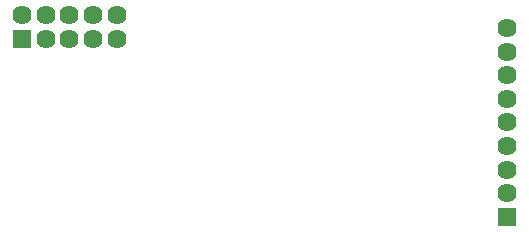
<source format=gbs>
G04*
G04 #@! TF.GenerationSoftware,Altium Limited,Altium Designer,24.4.1 (13)*
G04*
G04 Layer_Color=16711935*
%FSLAX44Y44*%
%MOMM*%
G71*
G04*
G04 #@! TF.SameCoordinates,5027E0DA-7AC5-4DA1-8C9F-505C02323C3A*
G04*
G04*
G04 #@! TF.FilePolarity,Negative*
G04*
G01*
G75*
%ADD71C,1.6200*%
%ADD72R,1.6200X1.6200*%
D71*
X932500Y585000D02*
D03*
Y605000D02*
D03*
Y625000D02*
D03*
Y545000D02*
D03*
Y565000D02*
D03*
Y645000D02*
D03*
Y665000D02*
D03*
Y685000D02*
D03*
X602000Y696000D02*
D03*
Y676000D02*
D03*
X582000Y696000D02*
D03*
Y676000D02*
D03*
X562000Y696000D02*
D03*
Y676000D02*
D03*
X542000Y696000D02*
D03*
Y676000D02*
D03*
X522000Y696000D02*
D03*
D72*
X932500Y525000D02*
D03*
X522000Y676000D02*
D03*
M02*

</source>
